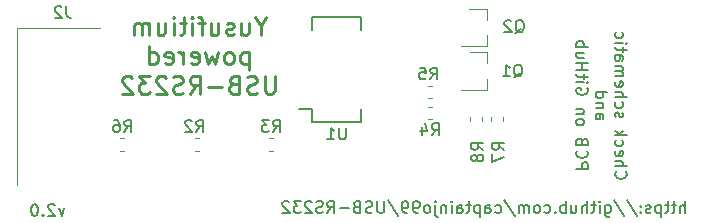
<source format=gbr>
G04 #@! TF.GenerationSoftware,KiCad,Pcbnew,5.1.5+dfsg1-2build2*
G04 #@! TF.CreationDate,2022-03-06T19:54:29+01:00*
G04 #@! TF.ProjectId,yusufitium-USB-RS232,79757375-6669-4746-9975-6d2d5553422d,rev?*
G04 #@! TF.SameCoordinates,Original*
G04 #@! TF.FileFunction,Legend,Bot*
G04 #@! TF.FilePolarity,Positive*
%FSLAX46Y46*%
G04 Gerber Fmt 4.6, Leading zero omitted, Abs format (unit mm)*
G04 Created by KiCad (PCBNEW 5.1.5+dfsg1-2build2) date 2022-03-06 19:54:29*
%MOMM*%
%LPD*%
G04 APERTURE LIST*
%ADD10C,0.150000*%
%ADD11C,0.250000*%
%ADD12C,0.120000*%
G04 APERTURE END LIST*
D10*
X124570571Y-114625714D02*
X124332476Y-115292380D01*
X124094380Y-114625714D01*
X123761047Y-114387619D02*
X123713428Y-114340000D01*
X123618190Y-114292380D01*
X123380095Y-114292380D01*
X123284857Y-114340000D01*
X123237238Y-114387619D01*
X123189619Y-114482857D01*
X123189619Y-114578095D01*
X123237238Y-114720952D01*
X123808666Y-115292380D01*
X123189619Y-115292380D01*
X122761047Y-115197142D02*
X122713428Y-115244761D01*
X122761047Y-115292380D01*
X122808666Y-115244761D01*
X122761047Y-115197142D01*
X122761047Y-115292380D01*
X122094380Y-114292380D02*
X121999142Y-114292380D01*
X121903904Y-114340000D01*
X121856285Y-114387619D01*
X121808666Y-114482857D01*
X121761047Y-114673333D01*
X121761047Y-114911428D01*
X121808666Y-115101904D01*
X121856285Y-115197142D01*
X121903904Y-115244761D01*
X121999142Y-115292380D01*
X122094380Y-115292380D01*
X122189619Y-115244761D01*
X122237238Y-115197142D01*
X122284857Y-115101904D01*
X122332476Y-114911428D01*
X122332476Y-114673333D01*
X122284857Y-114482857D01*
X122237238Y-114387619D01*
X122189619Y-114340000D01*
X122094380Y-114292380D01*
X177122809Y-115038380D02*
X177122809Y-114038380D01*
X176694238Y-115038380D02*
X176694238Y-114514571D01*
X176741857Y-114419333D01*
X176837095Y-114371714D01*
X176979952Y-114371714D01*
X177075190Y-114419333D01*
X177122809Y-114466952D01*
X176360904Y-114371714D02*
X175979952Y-114371714D01*
X176218047Y-114038380D02*
X176218047Y-114895523D01*
X176170428Y-114990761D01*
X176075190Y-115038380D01*
X175979952Y-115038380D01*
X175789476Y-114371714D02*
X175408523Y-114371714D01*
X175646619Y-114038380D02*
X175646619Y-114895523D01*
X175599000Y-114990761D01*
X175503761Y-115038380D01*
X175408523Y-115038380D01*
X175075190Y-114371714D02*
X175075190Y-115371714D01*
X175075190Y-114419333D02*
X174979952Y-114371714D01*
X174789476Y-114371714D01*
X174694238Y-114419333D01*
X174646619Y-114466952D01*
X174599000Y-114562190D01*
X174599000Y-114847904D01*
X174646619Y-114943142D01*
X174694238Y-114990761D01*
X174789476Y-115038380D01*
X174979952Y-115038380D01*
X175075190Y-114990761D01*
X174218047Y-114990761D02*
X174122809Y-115038380D01*
X173932333Y-115038380D01*
X173837095Y-114990761D01*
X173789476Y-114895523D01*
X173789476Y-114847904D01*
X173837095Y-114752666D01*
X173932333Y-114705047D01*
X174075190Y-114705047D01*
X174170428Y-114657428D01*
X174218047Y-114562190D01*
X174218047Y-114514571D01*
X174170428Y-114419333D01*
X174075190Y-114371714D01*
X173932333Y-114371714D01*
X173837095Y-114419333D01*
X173360904Y-114943142D02*
X173313285Y-114990761D01*
X173360904Y-115038380D01*
X173408523Y-114990761D01*
X173360904Y-114943142D01*
X173360904Y-115038380D01*
X173360904Y-114419333D02*
X173313285Y-114466952D01*
X173360904Y-114514571D01*
X173408523Y-114466952D01*
X173360904Y-114419333D01*
X173360904Y-114514571D01*
X172170428Y-113990761D02*
X173027571Y-115276476D01*
X171122809Y-113990761D02*
X171979952Y-115276476D01*
X170360904Y-114371714D02*
X170360904Y-115181238D01*
X170408523Y-115276476D01*
X170456142Y-115324095D01*
X170551380Y-115371714D01*
X170694238Y-115371714D01*
X170789476Y-115324095D01*
X170360904Y-114990761D02*
X170456142Y-115038380D01*
X170646619Y-115038380D01*
X170741857Y-114990761D01*
X170789476Y-114943142D01*
X170837095Y-114847904D01*
X170837095Y-114562190D01*
X170789476Y-114466952D01*
X170741857Y-114419333D01*
X170646619Y-114371714D01*
X170456142Y-114371714D01*
X170360904Y-114419333D01*
X169884714Y-115038380D02*
X169884714Y-114371714D01*
X169884714Y-114038380D02*
X169932333Y-114086000D01*
X169884714Y-114133619D01*
X169837095Y-114086000D01*
X169884714Y-114038380D01*
X169884714Y-114133619D01*
X169551380Y-114371714D02*
X169170428Y-114371714D01*
X169408523Y-114038380D02*
X169408523Y-114895523D01*
X169360904Y-114990761D01*
X169265666Y-115038380D01*
X169170428Y-115038380D01*
X168837095Y-115038380D02*
X168837095Y-114038380D01*
X168408523Y-115038380D02*
X168408523Y-114514571D01*
X168456142Y-114419333D01*
X168551380Y-114371714D01*
X168694238Y-114371714D01*
X168789476Y-114419333D01*
X168837095Y-114466952D01*
X167503761Y-114371714D02*
X167503761Y-115038380D01*
X167932333Y-114371714D02*
X167932333Y-114895523D01*
X167884714Y-114990761D01*
X167789476Y-115038380D01*
X167646619Y-115038380D01*
X167551380Y-114990761D01*
X167503761Y-114943142D01*
X167027571Y-115038380D02*
X167027571Y-114038380D01*
X167027571Y-114419333D02*
X166932333Y-114371714D01*
X166741857Y-114371714D01*
X166646619Y-114419333D01*
X166599000Y-114466952D01*
X166551380Y-114562190D01*
X166551380Y-114847904D01*
X166599000Y-114943142D01*
X166646619Y-114990761D01*
X166741857Y-115038380D01*
X166932333Y-115038380D01*
X167027571Y-114990761D01*
X166122809Y-114943142D02*
X166075190Y-114990761D01*
X166122809Y-115038380D01*
X166170428Y-114990761D01*
X166122809Y-114943142D01*
X166122809Y-115038380D01*
X165218047Y-114990761D02*
X165313285Y-115038380D01*
X165503761Y-115038380D01*
X165599000Y-114990761D01*
X165646619Y-114943142D01*
X165694238Y-114847904D01*
X165694238Y-114562190D01*
X165646619Y-114466952D01*
X165599000Y-114419333D01*
X165503761Y-114371714D01*
X165313285Y-114371714D01*
X165218047Y-114419333D01*
X164646619Y-115038380D02*
X164741857Y-114990761D01*
X164789476Y-114943142D01*
X164837095Y-114847904D01*
X164837095Y-114562190D01*
X164789476Y-114466952D01*
X164741857Y-114419333D01*
X164646619Y-114371714D01*
X164503761Y-114371714D01*
X164408523Y-114419333D01*
X164360904Y-114466952D01*
X164313285Y-114562190D01*
X164313285Y-114847904D01*
X164360904Y-114943142D01*
X164408523Y-114990761D01*
X164503761Y-115038380D01*
X164646619Y-115038380D01*
X163884714Y-115038380D02*
X163884714Y-114371714D01*
X163884714Y-114466952D02*
X163837095Y-114419333D01*
X163741857Y-114371714D01*
X163599000Y-114371714D01*
X163503761Y-114419333D01*
X163456142Y-114514571D01*
X163456142Y-115038380D01*
X163456142Y-114514571D02*
X163408523Y-114419333D01*
X163313285Y-114371714D01*
X163170428Y-114371714D01*
X163075190Y-114419333D01*
X163027571Y-114514571D01*
X163027571Y-115038380D01*
X161837095Y-113990761D02*
X162694238Y-115276476D01*
X161075190Y-114990761D02*
X161170428Y-115038380D01*
X161360904Y-115038380D01*
X161456142Y-114990761D01*
X161503761Y-114943142D01*
X161551380Y-114847904D01*
X161551380Y-114562190D01*
X161503761Y-114466952D01*
X161456142Y-114419333D01*
X161360904Y-114371714D01*
X161170428Y-114371714D01*
X161075190Y-114419333D01*
X160218047Y-115038380D02*
X160218047Y-114514571D01*
X160265666Y-114419333D01*
X160360904Y-114371714D01*
X160551380Y-114371714D01*
X160646619Y-114419333D01*
X160218047Y-114990761D02*
X160313285Y-115038380D01*
X160551380Y-115038380D01*
X160646619Y-114990761D01*
X160694238Y-114895523D01*
X160694238Y-114800285D01*
X160646619Y-114705047D01*
X160551380Y-114657428D01*
X160313285Y-114657428D01*
X160218047Y-114609809D01*
X159741857Y-114371714D02*
X159741857Y-115371714D01*
X159741857Y-114419333D02*
X159646619Y-114371714D01*
X159456142Y-114371714D01*
X159360904Y-114419333D01*
X159313285Y-114466952D01*
X159265666Y-114562190D01*
X159265666Y-114847904D01*
X159313285Y-114943142D01*
X159360904Y-114990761D01*
X159456142Y-115038380D01*
X159646619Y-115038380D01*
X159741857Y-114990761D01*
X158979952Y-114371714D02*
X158599000Y-114371714D01*
X158837095Y-114038380D02*
X158837095Y-114895523D01*
X158789476Y-114990761D01*
X158694238Y-115038380D01*
X158599000Y-115038380D01*
X157837095Y-115038380D02*
X157837095Y-114514571D01*
X157884714Y-114419333D01*
X157979952Y-114371714D01*
X158170428Y-114371714D01*
X158265666Y-114419333D01*
X157837095Y-114990761D02*
X157932333Y-115038380D01*
X158170428Y-115038380D01*
X158265666Y-114990761D01*
X158313285Y-114895523D01*
X158313285Y-114800285D01*
X158265666Y-114705047D01*
X158170428Y-114657428D01*
X157932333Y-114657428D01*
X157837095Y-114609809D01*
X157360904Y-115038380D02*
X157360904Y-114371714D01*
X157360904Y-114038380D02*
X157408523Y-114086000D01*
X157360904Y-114133619D01*
X157313285Y-114086000D01*
X157360904Y-114038380D01*
X157360904Y-114133619D01*
X156884714Y-114371714D02*
X156884714Y-115038380D01*
X156884714Y-114466952D02*
X156837095Y-114419333D01*
X156741857Y-114371714D01*
X156599000Y-114371714D01*
X156503761Y-114419333D01*
X156456142Y-114514571D01*
X156456142Y-115038380D01*
X155979952Y-114371714D02*
X155979952Y-115228857D01*
X156027571Y-115324095D01*
X156122809Y-115371714D01*
X156170428Y-115371714D01*
X155979952Y-114038380D02*
X156027571Y-114086000D01*
X155979952Y-114133619D01*
X155932333Y-114086000D01*
X155979952Y-114038380D01*
X155979952Y-114133619D01*
X155360904Y-115038380D02*
X155456142Y-114990761D01*
X155503761Y-114943142D01*
X155551380Y-114847904D01*
X155551380Y-114562190D01*
X155503761Y-114466952D01*
X155456142Y-114419333D01*
X155360904Y-114371714D01*
X155218047Y-114371714D01*
X155122809Y-114419333D01*
X155075190Y-114466952D01*
X155027571Y-114562190D01*
X155027571Y-114847904D01*
X155075190Y-114943142D01*
X155122809Y-114990761D01*
X155218047Y-115038380D01*
X155360904Y-115038380D01*
X154551380Y-115038380D02*
X154360904Y-115038380D01*
X154265666Y-114990761D01*
X154218047Y-114943142D01*
X154122809Y-114800285D01*
X154075190Y-114609809D01*
X154075190Y-114228857D01*
X154122809Y-114133619D01*
X154170428Y-114086000D01*
X154265666Y-114038380D01*
X154456142Y-114038380D01*
X154551380Y-114086000D01*
X154599000Y-114133619D01*
X154646619Y-114228857D01*
X154646619Y-114466952D01*
X154599000Y-114562190D01*
X154551380Y-114609809D01*
X154456142Y-114657428D01*
X154265666Y-114657428D01*
X154170428Y-114609809D01*
X154122809Y-114562190D01*
X154075190Y-114466952D01*
X153599000Y-115038380D02*
X153408523Y-115038380D01*
X153313285Y-114990761D01*
X153265666Y-114943142D01*
X153170428Y-114800285D01*
X153122809Y-114609809D01*
X153122809Y-114228857D01*
X153170428Y-114133619D01*
X153218047Y-114086000D01*
X153313285Y-114038380D01*
X153503761Y-114038380D01*
X153599000Y-114086000D01*
X153646619Y-114133619D01*
X153694238Y-114228857D01*
X153694238Y-114466952D01*
X153646619Y-114562190D01*
X153599000Y-114609809D01*
X153503761Y-114657428D01*
X153313285Y-114657428D01*
X153218047Y-114609809D01*
X153170428Y-114562190D01*
X153122809Y-114466952D01*
X151979952Y-113990761D02*
X152837095Y-115276476D01*
X151646619Y-114038380D02*
X151646619Y-114847904D01*
X151599000Y-114943142D01*
X151551380Y-114990761D01*
X151456142Y-115038380D01*
X151265666Y-115038380D01*
X151170428Y-114990761D01*
X151122809Y-114943142D01*
X151075190Y-114847904D01*
X151075190Y-114038380D01*
X150646619Y-114990761D02*
X150503761Y-115038380D01*
X150265666Y-115038380D01*
X150170428Y-114990761D01*
X150122809Y-114943142D01*
X150075190Y-114847904D01*
X150075190Y-114752666D01*
X150122809Y-114657428D01*
X150170428Y-114609809D01*
X150265666Y-114562190D01*
X150456142Y-114514571D01*
X150551380Y-114466952D01*
X150599000Y-114419333D01*
X150646619Y-114324095D01*
X150646619Y-114228857D01*
X150599000Y-114133619D01*
X150551380Y-114086000D01*
X150456142Y-114038380D01*
X150218047Y-114038380D01*
X150075190Y-114086000D01*
X149313285Y-114514571D02*
X149170428Y-114562190D01*
X149122809Y-114609809D01*
X149075190Y-114705047D01*
X149075190Y-114847904D01*
X149122809Y-114943142D01*
X149170428Y-114990761D01*
X149265666Y-115038380D01*
X149646619Y-115038380D01*
X149646619Y-114038380D01*
X149313285Y-114038380D01*
X149218047Y-114086000D01*
X149170428Y-114133619D01*
X149122809Y-114228857D01*
X149122809Y-114324095D01*
X149170428Y-114419333D01*
X149218047Y-114466952D01*
X149313285Y-114514571D01*
X149646619Y-114514571D01*
X148646619Y-114657428D02*
X147884714Y-114657428D01*
X146837095Y-115038380D02*
X147170428Y-114562190D01*
X147408523Y-115038380D02*
X147408523Y-114038380D01*
X147027571Y-114038380D01*
X146932333Y-114086000D01*
X146884714Y-114133619D01*
X146837095Y-114228857D01*
X146837095Y-114371714D01*
X146884714Y-114466952D01*
X146932333Y-114514571D01*
X147027571Y-114562190D01*
X147408523Y-114562190D01*
X146456142Y-114990761D02*
X146313285Y-115038380D01*
X146075190Y-115038380D01*
X145979952Y-114990761D01*
X145932333Y-114943142D01*
X145884714Y-114847904D01*
X145884714Y-114752666D01*
X145932333Y-114657428D01*
X145979952Y-114609809D01*
X146075190Y-114562190D01*
X146265666Y-114514571D01*
X146360904Y-114466952D01*
X146408523Y-114419333D01*
X146456142Y-114324095D01*
X146456142Y-114228857D01*
X146408523Y-114133619D01*
X146360904Y-114086000D01*
X146265666Y-114038380D01*
X146027571Y-114038380D01*
X145884714Y-114086000D01*
X145503761Y-114133619D02*
X145456142Y-114086000D01*
X145360904Y-114038380D01*
X145122809Y-114038380D01*
X145027571Y-114086000D01*
X144979952Y-114133619D01*
X144932333Y-114228857D01*
X144932333Y-114324095D01*
X144979952Y-114466952D01*
X145551380Y-115038380D01*
X144932333Y-115038380D01*
X144599000Y-114038380D02*
X143979952Y-114038380D01*
X144313285Y-114419333D01*
X144170428Y-114419333D01*
X144075190Y-114466952D01*
X144027571Y-114514571D01*
X143979952Y-114609809D01*
X143979952Y-114847904D01*
X144027571Y-114943142D01*
X144075190Y-114990761D01*
X144170428Y-115038380D01*
X144456142Y-115038380D01*
X144551380Y-114990761D01*
X144599000Y-114943142D01*
X143599000Y-114133619D02*
X143551380Y-114086000D01*
X143456142Y-114038380D01*
X143218047Y-114038380D01*
X143122809Y-114086000D01*
X143075190Y-114133619D01*
X143027571Y-114228857D01*
X143027571Y-114324095D01*
X143075190Y-114466952D01*
X143646619Y-115038380D01*
X143027571Y-115038380D01*
X171297857Y-111521428D02*
X171250238Y-111569047D01*
X171202619Y-111711904D01*
X171202619Y-111807142D01*
X171250238Y-111950000D01*
X171345476Y-112045238D01*
X171440714Y-112092857D01*
X171631190Y-112140476D01*
X171774047Y-112140476D01*
X171964523Y-112092857D01*
X172059761Y-112045238D01*
X172155000Y-111950000D01*
X172202619Y-111807142D01*
X172202619Y-111711904D01*
X172155000Y-111569047D01*
X172107380Y-111521428D01*
X171202619Y-111092857D02*
X172202619Y-111092857D01*
X171202619Y-110664285D02*
X171726428Y-110664285D01*
X171821666Y-110711904D01*
X171869285Y-110807142D01*
X171869285Y-110950000D01*
X171821666Y-111045238D01*
X171774047Y-111092857D01*
X171250238Y-109807142D02*
X171202619Y-109902380D01*
X171202619Y-110092857D01*
X171250238Y-110188095D01*
X171345476Y-110235714D01*
X171726428Y-110235714D01*
X171821666Y-110188095D01*
X171869285Y-110092857D01*
X171869285Y-109902380D01*
X171821666Y-109807142D01*
X171726428Y-109759523D01*
X171631190Y-109759523D01*
X171535952Y-110235714D01*
X171250238Y-108902380D02*
X171202619Y-108997619D01*
X171202619Y-109188095D01*
X171250238Y-109283333D01*
X171297857Y-109330952D01*
X171393095Y-109378571D01*
X171678809Y-109378571D01*
X171774047Y-109330952D01*
X171821666Y-109283333D01*
X171869285Y-109188095D01*
X171869285Y-108997619D01*
X171821666Y-108902380D01*
X171202619Y-108473809D02*
X172202619Y-108473809D01*
X171583571Y-108378571D02*
X171202619Y-108092857D01*
X171869285Y-108092857D02*
X171488333Y-108473809D01*
X171250238Y-106950000D02*
X171202619Y-106854761D01*
X171202619Y-106664285D01*
X171250238Y-106569047D01*
X171345476Y-106521428D01*
X171393095Y-106521428D01*
X171488333Y-106569047D01*
X171535952Y-106664285D01*
X171535952Y-106807142D01*
X171583571Y-106902380D01*
X171678809Y-106950000D01*
X171726428Y-106950000D01*
X171821666Y-106902380D01*
X171869285Y-106807142D01*
X171869285Y-106664285D01*
X171821666Y-106569047D01*
X171250238Y-105664285D02*
X171202619Y-105759523D01*
X171202619Y-105950000D01*
X171250238Y-106045238D01*
X171297857Y-106092857D01*
X171393095Y-106140476D01*
X171678809Y-106140476D01*
X171774047Y-106092857D01*
X171821666Y-106045238D01*
X171869285Y-105950000D01*
X171869285Y-105759523D01*
X171821666Y-105664285D01*
X171202619Y-105235714D02*
X172202619Y-105235714D01*
X171202619Y-104807142D02*
X171726428Y-104807142D01*
X171821666Y-104854761D01*
X171869285Y-104950000D01*
X171869285Y-105092857D01*
X171821666Y-105188095D01*
X171774047Y-105235714D01*
X171250238Y-103950000D02*
X171202619Y-104045238D01*
X171202619Y-104235714D01*
X171250238Y-104330952D01*
X171345476Y-104378571D01*
X171726428Y-104378571D01*
X171821666Y-104330952D01*
X171869285Y-104235714D01*
X171869285Y-104045238D01*
X171821666Y-103950000D01*
X171726428Y-103902380D01*
X171631190Y-103902380D01*
X171535952Y-104378571D01*
X171202619Y-103473809D02*
X171869285Y-103473809D01*
X171774047Y-103473809D02*
X171821666Y-103426190D01*
X171869285Y-103330952D01*
X171869285Y-103188095D01*
X171821666Y-103092857D01*
X171726428Y-103045238D01*
X171202619Y-103045238D01*
X171726428Y-103045238D02*
X171821666Y-102997619D01*
X171869285Y-102902380D01*
X171869285Y-102759523D01*
X171821666Y-102664285D01*
X171726428Y-102616666D01*
X171202619Y-102616666D01*
X171202619Y-101711904D02*
X171726428Y-101711904D01*
X171821666Y-101759523D01*
X171869285Y-101854761D01*
X171869285Y-102045238D01*
X171821666Y-102140476D01*
X171250238Y-101711904D02*
X171202619Y-101807142D01*
X171202619Y-102045238D01*
X171250238Y-102140476D01*
X171345476Y-102188095D01*
X171440714Y-102188095D01*
X171535952Y-102140476D01*
X171583571Y-102045238D01*
X171583571Y-101807142D01*
X171631190Y-101711904D01*
X171869285Y-101378571D02*
X171869285Y-100997619D01*
X172202619Y-101235714D02*
X171345476Y-101235714D01*
X171250238Y-101188095D01*
X171202619Y-101092857D01*
X171202619Y-100997619D01*
X171202619Y-100664285D02*
X171869285Y-100664285D01*
X172202619Y-100664285D02*
X172155000Y-100711904D01*
X172107380Y-100664285D01*
X172155000Y-100616666D01*
X172202619Y-100664285D01*
X172107380Y-100664285D01*
X171250238Y-99759523D02*
X171202619Y-99854761D01*
X171202619Y-100045238D01*
X171250238Y-100140476D01*
X171297857Y-100188095D01*
X171393095Y-100235714D01*
X171678809Y-100235714D01*
X171774047Y-100188095D01*
X171821666Y-100140476D01*
X171869285Y-100045238D01*
X171869285Y-99854761D01*
X171821666Y-99759523D01*
X169552619Y-106640476D02*
X170076428Y-106640476D01*
X170171666Y-106688095D01*
X170219285Y-106783333D01*
X170219285Y-106973809D01*
X170171666Y-107069047D01*
X169600238Y-106640476D02*
X169552619Y-106735714D01*
X169552619Y-106973809D01*
X169600238Y-107069047D01*
X169695476Y-107116666D01*
X169790714Y-107116666D01*
X169885952Y-107069047D01*
X169933571Y-106973809D01*
X169933571Y-106735714D01*
X169981190Y-106640476D01*
X170219285Y-106164285D02*
X169552619Y-106164285D01*
X170124047Y-106164285D02*
X170171666Y-106116666D01*
X170219285Y-106021428D01*
X170219285Y-105878571D01*
X170171666Y-105783333D01*
X170076428Y-105735714D01*
X169552619Y-105735714D01*
X169552619Y-104830952D02*
X170552619Y-104830952D01*
X169600238Y-104830952D02*
X169552619Y-104926190D01*
X169552619Y-105116666D01*
X169600238Y-105211904D01*
X169647857Y-105259523D01*
X169743095Y-105307142D01*
X170028809Y-105307142D01*
X170124047Y-105259523D01*
X170171666Y-105211904D01*
X170219285Y-105116666D01*
X170219285Y-104926190D01*
X170171666Y-104830952D01*
X167902619Y-111330952D02*
X168902619Y-111330952D01*
X168902619Y-110950000D01*
X168855000Y-110854761D01*
X168807380Y-110807142D01*
X168712142Y-110759523D01*
X168569285Y-110759523D01*
X168474047Y-110807142D01*
X168426428Y-110854761D01*
X168378809Y-110950000D01*
X168378809Y-111330952D01*
X167997857Y-109759523D02*
X167950238Y-109807142D01*
X167902619Y-109950000D01*
X167902619Y-110045238D01*
X167950238Y-110188095D01*
X168045476Y-110283333D01*
X168140714Y-110330952D01*
X168331190Y-110378571D01*
X168474047Y-110378571D01*
X168664523Y-110330952D01*
X168759761Y-110283333D01*
X168855000Y-110188095D01*
X168902619Y-110045238D01*
X168902619Y-109950000D01*
X168855000Y-109807142D01*
X168807380Y-109759523D01*
X168426428Y-108997619D02*
X168378809Y-108854761D01*
X168331190Y-108807142D01*
X168235952Y-108759523D01*
X168093095Y-108759523D01*
X167997857Y-108807142D01*
X167950238Y-108854761D01*
X167902619Y-108950000D01*
X167902619Y-109330952D01*
X168902619Y-109330952D01*
X168902619Y-108997619D01*
X168855000Y-108902380D01*
X168807380Y-108854761D01*
X168712142Y-108807142D01*
X168616904Y-108807142D01*
X168521666Y-108854761D01*
X168474047Y-108902380D01*
X168426428Y-108997619D01*
X168426428Y-109330952D01*
X167902619Y-107426190D02*
X167950238Y-107521428D01*
X167997857Y-107569047D01*
X168093095Y-107616666D01*
X168378809Y-107616666D01*
X168474047Y-107569047D01*
X168521666Y-107521428D01*
X168569285Y-107426190D01*
X168569285Y-107283333D01*
X168521666Y-107188095D01*
X168474047Y-107140476D01*
X168378809Y-107092857D01*
X168093095Y-107092857D01*
X167997857Y-107140476D01*
X167950238Y-107188095D01*
X167902619Y-107283333D01*
X167902619Y-107426190D01*
X168569285Y-106664285D02*
X167902619Y-106664285D01*
X168474047Y-106664285D02*
X168521666Y-106616666D01*
X168569285Y-106521428D01*
X168569285Y-106378571D01*
X168521666Y-106283333D01*
X168426428Y-106235714D01*
X167902619Y-106235714D01*
X168855000Y-104473809D02*
X168902619Y-104569047D01*
X168902619Y-104711904D01*
X168855000Y-104854761D01*
X168759761Y-104950000D01*
X168664523Y-104997619D01*
X168474047Y-105045238D01*
X168331190Y-105045238D01*
X168140714Y-104997619D01*
X168045476Y-104950000D01*
X167950238Y-104854761D01*
X167902619Y-104711904D01*
X167902619Y-104616666D01*
X167950238Y-104473809D01*
X167997857Y-104426190D01*
X168331190Y-104426190D01*
X168331190Y-104616666D01*
X167902619Y-103997619D02*
X168569285Y-103997619D01*
X168902619Y-103997619D02*
X168855000Y-104045238D01*
X168807380Y-103997619D01*
X168855000Y-103950000D01*
X168902619Y-103997619D01*
X168807380Y-103997619D01*
X168569285Y-103664285D02*
X168569285Y-103283333D01*
X168902619Y-103521428D02*
X168045476Y-103521428D01*
X167950238Y-103473809D01*
X167902619Y-103378571D01*
X167902619Y-103283333D01*
X167902619Y-102950000D02*
X168902619Y-102950000D01*
X168426428Y-102950000D02*
X168426428Y-102378571D01*
X167902619Y-102378571D02*
X168902619Y-102378571D01*
X168569285Y-101473809D02*
X167902619Y-101473809D01*
X168569285Y-101902380D02*
X168045476Y-101902380D01*
X167950238Y-101854761D01*
X167902619Y-101759523D01*
X167902619Y-101616666D01*
X167950238Y-101521428D01*
X167997857Y-101473809D01*
X167902619Y-100997619D02*
X168902619Y-100997619D01*
X168521666Y-100997619D02*
X168569285Y-100902380D01*
X168569285Y-100711904D01*
X168521666Y-100616666D01*
X168474047Y-100569047D01*
X168378809Y-100521428D01*
X168093095Y-100521428D01*
X167997857Y-100569047D01*
X167950238Y-100616666D01*
X167902619Y-100711904D01*
X167902619Y-100902380D01*
X167950238Y-100997619D01*
D11*
X141183285Y-99223285D02*
X141183285Y-99937571D01*
X141683285Y-98437571D02*
X141183285Y-99223285D01*
X140683285Y-98437571D01*
X139540428Y-98937571D02*
X139540428Y-99937571D01*
X140183285Y-98937571D02*
X140183285Y-99723285D01*
X140111857Y-99866142D01*
X139969000Y-99937571D01*
X139754714Y-99937571D01*
X139611857Y-99866142D01*
X139540428Y-99794714D01*
X138897571Y-99866142D02*
X138754714Y-99937571D01*
X138469000Y-99937571D01*
X138326142Y-99866142D01*
X138254714Y-99723285D01*
X138254714Y-99651857D01*
X138326142Y-99509000D01*
X138469000Y-99437571D01*
X138683285Y-99437571D01*
X138826142Y-99366142D01*
X138897571Y-99223285D01*
X138897571Y-99151857D01*
X138826142Y-99009000D01*
X138683285Y-98937571D01*
X138469000Y-98937571D01*
X138326142Y-99009000D01*
X136969000Y-98937571D02*
X136969000Y-99937571D01*
X137611857Y-98937571D02*
X137611857Y-99723285D01*
X137540428Y-99866142D01*
X137397571Y-99937571D01*
X137183285Y-99937571D01*
X137040428Y-99866142D01*
X136969000Y-99794714D01*
X136469000Y-98937571D02*
X135897571Y-98937571D01*
X136254714Y-99937571D02*
X136254714Y-98651857D01*
X136183285Y-98509000D01*
X136040428Y-98437571D01*
X135897571Y-98437571D01*
X135397571Y-99937571D02*
X135397571Y-98937571D01*
X135397571Y-98437571D02*
X135469000Y-98509000D01*
X135397571Y-98580428D01*
X135326142Y-98509000D01*
X135397571Y-98437571D01*
X135397571Y-98580428D01*
X134897571Y-98937571D02*
X134326142Y-98937571D01*
X134683285Y-98437571D02*
X134683285Y-99723285D01*
X134611857Y-99866142D01*
X134469000Y-99937571D01*
X134326142Y-99937571D01*
X133826142Y-99937571D02*
X133826142Y-98937571D01*
X133826142Y-98437571D02*
X133897571Y-98509000D01*
X133826142Y-98580428D01*
X133754714Y-98509000D01*
X133826142Y-98437571D01*
X133826142Y-98580428D01*
X132469000Y-98937571D02*
X132469000Y-99937571D01*
X133111857Y-98937571D02*
X133111857Y-99723285D01*
X133040428Y-99866142D01*
X132897571Y-99937571D01*
X132683285Y-99937571D01*
X132540428Y-99866142D01*
X132469000Y-99794714D01*
X131754714Y-99937571D02*
X131754714Y-98937571D01*
X131754714Y-99080428D02*
X131683285Y-99009000D01*
X131540428Y-98937571D01*
X131326142Y-98937571D01*
X131183285Y-99009000D01*
X131111857Y-99151857D01*
X131111857Y-99937571D01*
X131111857Y-99151857D02*
X131040428Y-99009000D01*
X130897571Y-98937571D01*
X130683285Y-98937571D01*
X130540428Y-99009000D01*
X130469000Y-99151857D01*
X130469000Y-99937571D01*
X140183285Y-101437571D02*
X140183285Y-102937571D01*
X140183285Y-101509000D02*
X140040428Y-101437571D01*
X139754714Y-101437571D01*
X139611857Y-101509000D01*
X139540428Y-101580428D01*
X139469000Y-101723285D01*
X139469000Y-102151857D01*
X139540428Y-102294714D01*
X139611857Y-102366142D01*
X139754714Y-102437571D01*
X140040428Y-102437571D01*
X140183285Y-102366142D01*
X138611857Y-102437571D02*
X138754714Y-102366142D01*
X138826142Y-102294714D01*
X138897571Y-102151857D01*
X138897571Y-101723285D01*
X138826142Y-101580428D01*
X138754714Y-101509000D01*
X138611857Y-101437571D01*
X138397571Y-101437571D01*
X138254714Y-101509000D01*
X138183285Y-101580428D01*
X138111857Y-101723285D01*
X138111857Y-102151857D01*
X138183285Y-102294714D01*
X138254714Y-102366142D01*
X138397571Y-102437571D01*
X138611857Y-102437571D01*
X137611857Y-101437571D02*
X137326142Y-102437571D01*
X137040428Y-101723285D01*
X136754714Y-102437571D01*
X136469000Y-101437571D01*
X135326142Y-102366142D02*
X135469000Y-102437571D01*
X135754714Y-102437571D01*
X135897571Y-102366142D01*
X135969000Y-102223285D01*
X135969000Y-101651857D01*
X135897571Y-101509000D01*
X135754714Y-101437571D01*
X135469000Y-101437571D01*
X135326142Y-101509000D01*
X135254714Y-101651857D01*
X135254714Y-101794714D01*
X135969000Y-101937571D01*
X134611857Y-102437571D02*
X134611857Y-101437571D01*
X134611857Y-101723285D02*
X134540428Y-101580428D01*
X134469000Y-101509000D01*
X134326142Y-101437571D01*
X134183285Y-101437571D01*
X133111857Y-102366142D02*
X133254714Y-102437571D01*
X133540428Y-102437571D01*
X133683285Y-102366142D01*
X133754714Y-102223285D01*
X133754714Y-101651857D01*
X133683285Y-101509000D01*
X133540428Y-101437571D01*
X133254714Y-101437571D01*
X133111857Y-101509000D01*
X133040428Y-101651857D01*
X133040428Y-101794714D01*
X133754714Y-101937571D01*
X131754714Y-102437571D02*
X131754714Y-100937571D01*
X131754714Y-102366142D02*
X131897571Y-102437571D01*
X132183285Y-102437571D01*
X132326142Y-102366142D01*
X132397571Y-102294714D01*
X132469000Y-102151857D01*
X132469000Y-101723285D01*
X132397571Y-101580428D01*
X132326142Y-101509000D01*
X132183285Y-101437571D01*
X131897571Y-101437571D01*
X131754714Y-101509000D01*
X142397571Y-103437571D02*
X142397571Y-104651857D01*
X142326142Y-104794714D01*
X142254714Y-104866142D01*
X142111857Y-104937571D01*
X141826142Y-104937571D01*
X141683285Y-104866142D01*
X141611857Y-104794714D01*
X141540428Y-104651857D01*
X141540428Y-103437571D01*
X140897571Y-104866142D02*
X140683285Y-104937571D01*
X140326142Y-104937571D01*
X140183285Y-104866142D01*
X140111857Y-104794714D01*
X140040428Y-104651857D01*
X140040428Y-104509000D01*
X140111857Y-104366142D01*
X140183285Y-104294714D01*
X140326142Y-104223285D01*
X140611857Y-104151857D01*
X140754714Y-104080428D01*
X140826142Y-104009000D01*
X140897571Y-103866142D01*
X140897571Y-103723285D01*
X140826142Y-103580428D01*
X140754714Y-103509000D01*
X140611857Y-103437571D01*
X140254714Y-103437571D01*
X140040428Y-103509000D01*
X138897571Y-104151857D02*
X138683285Y-104223285D01*
X138611857Y-104294714D01*
X138540428Y-104437571D01*
X138540428Y-104651857D01*
X138611857Y-104794714D01*
X138683285Y-104866142D01*
X138826142Y-104937571D01*
X139397571Y-104937571D01*
X139397571Y-103437571D01*
X138897571Y-103437571D01*
X138754714Y-103509000D01*
X138683285Y-103580428D01*
X138611857Y-103723285D01*
X138611857Y-103866142D01*
X138683285Y-104009000D01*
X138754714Y-104080428D01*
X138897571Y-104151857D01*
X139397571Y-104151857D01*
X137897571Y-104366142D02*
X136754714Y-104366142D01*
X135183285Y-104937571D02*
X135683285Y-104223285D01*
X136040428Y-104937571D02*
X136040428Y-103437571D01*
X135469000Y-103437571D01*
X135326142Y-103509000D01*
X135254714Y-103580428D01*
X135183285Y-103723285D01*
X135183285Y-103937571D01*
X135254714Y-104080428D01*
X135326142Y-104151857D01*
X135469000Y-104223285D01*
X136040428Y-104223285D01*
X134611857Y-104866142D02*
X134397571Y-104937571D01*
X134040428Y-104937571D01*
X133897571Y-104866142D01*
X133826142Y-104794714D01*
X133754714Y-104651857D01*
X133754714Y-104509000D01*
X133826142Y-104366142D01*
X133897571Y-104294714D01*
X134040428Y-104223285D01*
X134326142Y-104151857D01*
X134469000Y-104080428D01*
X134540428Y-104009000D01*
X134611857Y-103866142D01*
X134611857Y-103723285D01*
X134540428Y-103580428D01*
X134469000Y-103509000D01*
X134326142Y-103437571D01*
X133969000Y-103437571D01*
X133754714Y-103509000D01*
X133183285Y-103580428D02*
X133111857Y-103509000D01*
X132969000Y-103437571D01*
X132611857Y-103437571D01*
X132469000Y-103509000D01*
X132397571Y-103580428D01*
X132326142Y-103723285D01*
X132326142Y-103866142D01*
X132397571Y-104080428D01*
X133254714Y-104937571D01*
X132326142Y-104937571D01*
X131826142Y-103437571D02*
X130897571Y-103437571D01*
X131397571Y-104009000D01*
X131183285Y-104009000D01*
X131040428Y-104080428D01*
X130969000Y-104151857D01*
X130897571Y-104294714D01*
X130897571Y-104651857D01*
X130969000Y-104794714D01*
X131040428Y-104866142D01*
X131183285Y-104937571D01*
X131611857Y-104937571D01*
X131754714Y-104866142D01*
X131826142Y-104794714D01*
X130326142Y-103580428D02*
X130254714Y-103509000D01*
X130111857Y-103437571D01*
X129754714Y-103437571D01*
X129611857Y-103509000D01*
X129540428Y-103580428D01*
X129469000Y-103723285D01*
X129469000Y-103866142D01*
X129540428Y-104080428D01*
X130397571Y-104937571D01*
X129469000Y-104937571D01*
D10*
X145578000Y-106267000D02*
X145578000Y-107377000D01*
X149728000Y-107377000D02*
X149728000Y-106267000D01*
X149728000Y-98427000D02*
X149728000Y-99537000D01*
X145578000Y-98427000D02*
X145578000Y-99537000D01*
X145578000Y-107377000D02*
X149728000Y-107377000D01*
X145578000Y-98427000D02*
X149728000Y-98427000D01*
X145578000Y-106267000D02*
X144453000Y-106267000D01*
D12*
X160351000Y-101449000D02*
X158891000Y-101449000D01*
X160351000Y-104609000D02*
X158191000Y-104609000D01*
X160351000Y-104609000D02*
X160351000Y-103679000D01*
X160351000Y-101449000D02*
X160351000Y-102379000D01*
X160335000Y-97766000D02*
X160335000Y-98696000D01*
X160335000Y-100926000D02*
X160335000Y-99996000D01*
X160335000Y-100926000D02*
X158175000Y-100926000D01*
X160335000Y-97766000D02*
X158875000Y-97766000D01*
X135670733Y-109762000D02*
X136013267Y-109762000D01*
X135670733Y-108742000D02*
X136013267Y-108742000D01*
X141907733Y-108742000D02*
X142250267Y-108742000D01*
X141907733Y-109762000D02*
X142250267Y-109762000D01*
X155355733Y-106075000D02*
X155698267Y-106075000D01*
X155355733Y-107095000D02*
X155698267Y-107095000D01*
X155341733Y-105317000D02*
X155684267Y-105317000D01*
X155341733Y-104297000D02*
X155684267Y-104297000D01*
X129320733Y-108742000D02*
X129663267Y-108742000D01*
X129320733Y-109762000D02*
X129663267Y-109762000D01*
X160732000Y-107250267D02*
X160732000Y-106907733D01*
X161752000Y-107250267D02*
X161752000Y-106907733D01*
X159974000Y-107264267D02*
X159974000Y-106921733D01*
X158954000Y-107264267D02*
X158954000Y-106921733D01*
X127587000Y-99346000D02*
X120602000Y-99346000D01*
X120602000Y-99346000D02*
X120602000Y-112681000D01*
D10*
X148414904Y-107815380D02*
X148414904Y-108624904D01*
X148367285Y-108720142D01*
X148319666Y-108767761D01*
X148224428Y-108815380D01*
X148033952Y-108815380D01*
X147938714Y-108767761D01*
X147891095Y-108720142D01*
X147843476Y-108624904D01*
X147843476Y-107815380D01*
X146843476Y-108815380D02*
X147414904Y-108815380D01*
X147129190Y-108815380D02*
X147129190Y-107815380D01*
X147224428Y-107958238D01*
X147319666Y-108053476D01*
X147414904Y-108101095D01*
X162607238Y-103576619D02*
X162702476Y-103529000D01*
X162797714Y-103433761D01*
X162940571Y-103290904D01*
X163035809Y-103243285D01*
X163131047Y-103243285D01*
X163083428Y-103481380D02*
X163178666Y-103433761D01*
X163273904Y-103338523D01*
X163321523Y-103148047D01*
X163321523Y-102814714D01*
X163273904Y-102624238D01*
X163178666Y-102529000D01*
X163083428Y-102481380D01*
X162892952Y-102481380D01*
X162797714Y-102529000D01*
X162702476Y-102624238D01*
X162654857Y-102814714D01*
X162654857Y-103148047D01*
X162702476Y-103338523D01*
X162797714Y-103433761D01*
X162892952Y-103481380D01*
X163083428Y-103481380D01*
X161702476Y-103481380D02*
X162273904Y-103481380D01*
X161988190Y-103481380D02*
X161988190Y-102481380D01*
X162083428Y-102624238D01*
X162178666Y-102719476D01*
X162273904Y-102767095D01*
X162734238Y-99832619D02*
X162829476Y-99785000D01*
X162924714Y-99689761D01*
X163067571Y-99546904D01*
X163162809Y-99499285D01*
X163258047Y-99499285D01*
X163210428Y-99737380D02*
X163305666Y-99689761D01*
X163400904Y-99594523D01*
X163448523Y-99404047D01*
X163448523Y-99070714D01*
X163400904Y-98880238D01*
X163305666Y-98785000D01*
X163210428Y-98737380D01*
X163019952Y-98737380D01*
X162924714Y-98785000D01*
X162829476Y-98880238D01*
X162781857Y-99070714D01*
X162781857Y-99404047D01*
X162829476Y-99594523D01*
X162924714Y-99689761D01*
X163019952Y-99737380D01*
X163210428Y-99737380D01*
X162400904Y-98832619D02*
X162353285Y-98785000D01*
X162258047Y-98737380D01*
X162019952Y-98737380D01*
X161924714Y-98785000D01*
X161877095Y-98832619D01*
X161829476Y-98927857D01*
X161829476Y-99023095D01*
X161877095Y-99165952D01*
X162448523Y-99737380D01*
X161829476Y-99737380D01*
X135754666Y-108180380D02*
X136088000Y-107704190D01*
X136326095Y-108180380D02*
X136326095Y-107180380D01*
X135945142Y-107180380D01*
X135849904Y-107228000D01*
X135802285Y-107275619D01*
X135754666Y-107370857D01*
X135754666Y-107513714D01*
X135802285Y-107608952D01*
X135849904Y-107656571D01*
X135945142Y-107704190D01*
X136326095Y-107704190D01*
X135373714Y-107275619D02*
X135326095Y-107228000D01*
X135230857Y-107180380D01*
X134992761Y-107180380D01*
X134897523Y-107228000D01*
X134849904Y-107275619D01*
X134802285Y-107370857D01*
X134802285Y-107466095D01*
X134849904Y-107608952D01*
X135421333Y-108180380D01*
X134802285Y-108180380D01*
X142245666Y-108180380D02*
X142579000Y-107704190D01*
X142817095Y-108180380D02*
X142817095Y-107180380D01*
X142436142Y-107180380D01*
X142340904Y-107228000D01*
X142293285Y-107275619D01*
X142245666Y-107370857D01*
X142245666Y-107513714D01*
X142293285Y-107608952D01*
X142340904Y-107656571D01*
X142436142Y-107704190D01*
X142817095Y-107704190D01*
X141912333Y-107180380D02*
X141293285Y-107180380D01*
X141626619Y-107561333D01*
X141483761Y-107561333D01*
X141388523Y-107608952D01*
X141340904Y-107656571D01*
X141293285Y-107751809D01*
X141293285Y-107989904D01*
X141340904Y-108085142D01*
X141388523Y-108132761D01*
X141483761Y-108180380D01*
X141769476Y-108180380D01*
X141864714Y-108132761D01*
X141912333Y-108085142D01*
X155693666Y-108467380D02*
X156027000Y-107991190D01*
X156265095Y-108467380D02*
X156265095Y-107467380D01*
X155884142Y-107467380D01*
X155788904Y-107515000D01*
X155741285Y-107562619D01*
X155693666Y-107657857D01*
X155693666Y-107800714D01*
X155741285Y-107895952D01*
X155788904Y-107943571D01*
X155884142Y-107991190D01*
X156265095Y-107991190D01*
X154836523Y-107800714D02*
X154836523Y-108467380D01*
X155074619Y-107419761D02*
X155312714Y-108134047D01*
X154693666Y-108134047D01*
X155566666Y-103735380D02*
X155900000Y-103259190D01*
X156138095Y-103735380D02*
X156138095Y-102735380D01*
X155757142Y-102735380D01*
X155661904Y-102783000D01*
X155614285Y-102830619D01*
X155566666Y-102925857D01*
X155566666Y-103068714D01*
X155614285Y-103163952D01*
X155661904Y-103211571D01*
X155757142Y-103259190D01*
X156138095Y-103259190D01*
X154661904Y-102735380D02*
X155138095Y-102735380D01*
X155185714Y-103211571D01*
X155138095Y-103163952D01*
X155042857Y-103116333D01*
X154804761Y-103116333D01*
X154709523Y-103163952D01*
X154661904Y-103211571D01*
X154614285Y-103306809D01*
X154614285Y-103544904D01*
X154661904Y-103640142D01*
X154709523Y-103687761D01*
X154804761Y-103735380D01*
X155042857Y-103735380D01*
X155138095Y-103687761D01*
X155185714Y-103640142D01*
X129658666Y-108180380D02*
X129992000Y-107704190D01*
X130230095Y-108180380D02*
X130230095Y-107180380D01*
X129849142Y-107180380D01*
X129753904Y-107228000D01*
X129706285Y-107275619D01*
X129658666Y-107370857D01*
X129658666Y-107513714D01*
X129706285Y-107608952D01*
X129753904Y-107656571D01*
X129849142Y-107704190D01*
X130230095Y-107704190D01*
X128801523Y-107180380D02*
X128992000Y-107180380D01*
X129087238Y-107228000D01*
X129134857Y-107275619D01*
X129230095Y-107418476D01*
X129277714Y-107608952D01*
X129277714Y-107989904D01*
X129230095Y-108085142D01*
X129182476Y-108132761D01*
X129087238Y-108180380D01*
X128896761Y-108180380D01*
X128801523Y-108132761D01*
X128753904Y-108085142D01*
X128706285Y-107989904D01*
X128706285Y-107751809D01*
X128753904Y-107656571D01*
X128801523Y-107608952D01*
X128896761Y-107561333D01*
X129087238Y-107561333D01*
X129182476Y-107608952D01*
X129230095Y-107656571D01*
X129277714Y-107751809D01*
X161821380Y-109706333D02*
X161345190Y-109373000D01*
X161821380Y-109134904D02*
X160821380Y-109134904D01*
X160821380Y-109515857D01*
X160869000Y-109611095D01*
X160916619Y-109658714D01*
X161011857Y-109706333D01*
X161154714Y-109706333D01*
X161249952Y-109658714D01*
X161297571Y-109611095D01*
X161345190Y-109515857D01*
X161345190Y-109134904D01*
X160821380Y-110039666D02*
X160821380Y-110706333D01*
X161821380Y-110277761D01*
X160043380Y-109720333D02*
X159567190Y-109387000D01*
X160043380Y-109148904D02*
X159043380Y-109148904D01*
X159043380Y-109529857D01*
X159091000Y-109625095D01*
X159138619Y-109672714D01*
X159233857Y-109720333D01*
X159376714Y-109720333D01*
X159471952Y-109672714D01*
X159519571Y-109625095D01*
X159567190Y-109529857D01*
X159567190Y-109148904D01*
X159471952Y-110291761D02*
X159424333Y-110196523D01*
X159376714Y-110148904D01*
X159281476Y-110101285D01*
X159233857Y-110101285D01*
X159138619Y-110148904D01*
X159091000Y-110196523D01*
X159043380Y-110291761D01*
X159043380Y-110482238D01*
X159091000Y-110577476D01*
X159138619Y-110625095D01*
X159233857Y-110672714D01*
X159281476Y-110672714D01*
X159376714Y-110625095D01*
X159424333Y-110577476D01*
X159471952Y-110482238D01*
X159471952Y-110291761D01*
X159519571Y-110196523D01*
X159567190Y-110148904D01*
X159662428Y-110101285D01*
X159852904Y-110101285D01*
X159948142Y-110148904D01*
X159995761Y-110196523D01*
X160043380Y-110291761D01*
X160043380Y-110482238D01*
X159995761Y-110577476D01*
X159948142Y-110625095D01*
X159852904Y-110672714D01*
X159662428Y-110672714D01*
X159567190Y-110625095D01*
X159519571Y-110577476D01*
X159471952Y-110482238D01*
X124745333Y-97528380D02*
X124745333Y-98242666D01*
X124792952Y-98385523D01*
X124888190Y-98480761D01*
X125031047Y-98528380D01*
X125126285Y-98528380D01*
X124316761Y-97623619D02*
X124269142Y-97576000D01*
X124173904Y-97528380D01*
X123935809Y-97528380D01*
X123840571Y-97576000D01*
X123792952Y-97623619D01*
X123745333Y-97718857D01*
X123745333Y-97814095D01*
X123792952Y-97956952D01*
X124364380Y-98528380D01*
X123745333Y-98528380D01*
M02*

</source>
